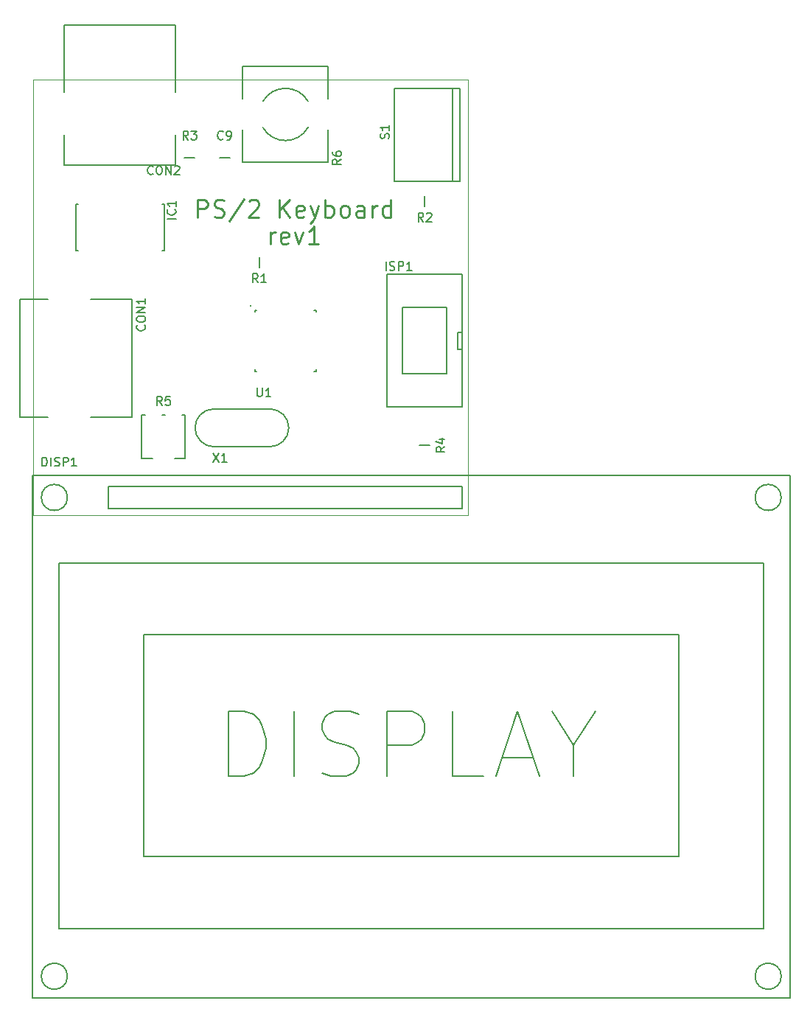
<source format=gto>
G04 (created by PCBNEW (2013-07-07 BZR 4022)-stable) date 11/10/2013 16:08:40*
%MOIN*%
G04 Gerber Fmt 3.4, Leading zero omitted, Abs format*
%FSLAX34Y34*%
G01*
G70*
G90*
G04 APERTURE LIST*
%ADD10C,0.00590551*%
%ADD11C,0.00984252*%
%ADD12C,0.00393701*%
G04 APERTURE END LIST*
G54D10*
G54D11*
X42875Y-37720D02*
X42875Y-36932D01*
X43175Y-36932D01*
X43250Y-36970D01*
X43288Y-37007D01*
X43325Y-37082D01*
X43325Y-37195D01*
X43288Y-37270D01*
X43250Y-37307D01*
X43175Y-37345D01*
X42875Y-37345D01*
X43625Y-37682D02*
X43738Y-37720D01*
X43925Y-37720D01*
X44000Y-37682D01*
X44038Y-37645D01*
X44075Y-37570D01*
X44075Y-37495D01*
X44038Y-37420D01*
X44000Y-37382D01*
X43925Y-37345D01*
X43775Y-37307D01*
X43700Y-37270D01*
X43663Y-37232D01*
X43625Y-37157D01*
X43625Y-37082D01*
X43663Y-37007D01*
X43700Y-36970D01*
X43775Y-36932D01*
X43963Y-36932D01*
X44075Y-36970D01*
X44975Y-36895D02*
X44300Y-37907D01*
X45200Y-37007D02*
X45238Y-36970D01*
X45313Y-36932D01*
X45500Y-36932D01*
X45575Y-36970D01*
X45613Y-37007D01*
X45650Y-37082D01*
X45650Y-37157D01*
X45613Y-37270D01*
X45163Y-37720D01*
X45650Y-37720D01*
X46587Y-37720D02*
X46587Y-36932D01*
X47037Y-37720D02*
X46700Y-37270D01*
X47037Y-36932D02*
X46587Y-37382D01*
X47675Y-37682D02*
X47600Y-37720D01*
X47450Y-37720D01*
X47375Y-37682D01*
X47337Y-37607D01*
X47337Y-37307D01*
X47375Y-37232D01*
X47450Y-37195D01*
X47600Y-37195D01*
X47675Y-37232D01*
X47712Y-37307D01*
X47712Y-37382D01*
X47337Y-37457D01*
X47975Y-37195D02*
X48162Y-37720D01*
X48350Y-37195D02*
X48162Y-37720D01*
X48087Y-37907D01*
X48050Y-37945D01*
X47975Y-37982D01*
X48650Y-37720D02*
X48650Y-36932D01*
X48650Y-37232D02*
X48725Y-37195D01*
X48875Y-37195D01*
X48950Y-37232D01*
X48987Y-37270D01*
X49025Y-37345D01*
X49025Y-37570D01*
X48987Y-37645D01*
X48950Y-37682D01*
X48875Y-37720D01*
X48725Y-37720D01*
X48650Y-37682D01*
X49475Y-37720D02*
X49400Y-37682D01*
X49362Y-37645D01*
X49325Y-37570D01*
X49325Y-37345D01*
X49362Y-37270D01*
X49400Y-37232D01*
X49475Y-37195D01*
X49587Y-37195D01*
X49662Y-37232D01*
X49700Y-37270D01*
X49737Y-37345D01*
X49737Y-37570D01*
X49700Y-37645D01*
X49662Y-37682D01*
X49587Y-37720D01*
X49475Y-37720D01*
X50412Y-37720D02*
X50412Y-37307D01*
X50374Y-37232D01*
X50299Y-37195D01*
X50149Y-37195D01*
X50074Y-37232D01*
X50412Y-37682D02*
X50337Y-37720D01*
X50149Y-37720D01*
X50074Y-37682D01*
X50037Y-37607D01*
X50037Y-37532D01*
X50074Y-37457D01*
X50149Y-37420D01*
X50337Y-37420D01*
X50412Y-37382D01*
X50787Y-37720D02*
X50787Y-37195D01*
X50787Y-37345D02*
X50824Y-37270D01*
X50862Y-37232D01*
X50937Y-37195D01*
X51012Y-37195D01*
X51612Y-37720D02*
X51612Y-36932D01*
X51612Y-37682D02*
X51537Y-37720D01*
X51387Y-37720D01*
X51312Y-37682D01*
X51274Y-37645D01*
X51237Y-37570D01*
X51237Y-37345D01*
X51274Y-37270D01*
X51312Y-37232D01*
X51387Y-37195D01*
X51537Y-37195D01*
X51612Y-37232D01*
X46175Y-38921D02*
X46175Y-38396D01*
X46175Y-38546D02*
X46212Y-38471D01*
X46250Y-38433D01*
X46325Y-38396D01*
X46400Y-38396D01*
X46962Y-38883D02*
X46887Y-38921D01*
X46737Y-38921D01*
X46662Y-38883D01*
X46625Y-38808D01*
X46625Y-38508D01*
X46662Y-38433D01*
X46737Y-38396D01*
X46887Y-38396D01*
X46962Y-38433D01*
X47000Y-38508D01*
X47000Y-38583D01*
X46625Y-38658D01*
X47262Y-38396D02*
X47450Y-38921D01*
X47637Y-38396D01*
X48350Y-38921D02*
X47900Y-38921D01*
X48125Y-38921D02*
X48125Y-38133D01*
X48050Y-38246D01*
X47975Y-38321D01*
X47900Y-38358D01*
G54D12*
X35433Y-51181D02*
X35433Y-31496D01*
X55118Y-51181D02*
X35433Y-51181D01*
X55118Y-31496D02*
X55118Y-51181D01*
X35433Y-31496D02*
X55118Y-31496D01*
G54D10*
X44330Y-35039D02*
X43858Y-35039D01*
X39921Y-41437D02*
X38031Y-41437D01*
X39921Y-46751D02*
X38031Y-46751D01*
X39921Y-46751D02*
X39921Y-41437D01*
X34842Y-41437D02*
X36102Y-41437D01*
X34842Y-46751D02*
X36102Y-46751D01*
X34842Y-46751D02*
X34842Y-41437D01*
X41889Y-33987D02*
X41889Y-35362D01*
X41889Y-35362D02*
X36850Y-35362D01*
X36850Y-35362D02*
X36850Y-33987D01*
X36850Y-32059D02*
X36850Y-29023D01*
X41889Y-29023D02*
X41889Y-32059D01*
X41889Y-29023D02*
X36850Y-29023D01*
X40433Y-56594D02*
X40433Y-66633D01*
X40433Y-66633D02*
X64645Y-66633D01*
X64645Y-66633D02*
X64645Y-56594D01*
X64645Y-56594D02*
X40433Y-56594D01*
X36594Y-53346D02*
X36594Y-69881D01*
X36594Y-69881D02*
X68484Y-69881D01*
X68484Y-69881D02*
X68484Y-53346D01*
X68484Y-53346D02*
X36594Y-53346D01*
X36988Y-72047D02*
G75*
G03X36988Y-72047I-590J0D01*
G74*
G01*
X69271Y-72047D02*
G75*
G03X69271Y-72047I-590J0D01*
G74*
G01*
X69271Y-50393D02*
G75*
G03X69271Y-50393I-590J0D01*
G74*
G01*
X36988Y-50393D02*
G75*
G03X36988Y-50393I-590J0D01*
G74*
G01*
X35413Y-49409D02*
X35413Y-73031D01*
X35413Y-73031D02*
X69665Y-73031D01*
X69665Y-73031D02*
X69665Y-49409D01*
X35413Y-49409D02*
X69665Y-49409D01*
X54850Y-50893D02*
X53850Y-50893D01*
X53850Y-49893D02*
X54850Y-49893D01*
X53850Y-50893D02*
X38850Y-50893D01*
X38850Y-49893D02*
X53850Y-49893D01*
X54850Y-49893D02*
X54850Y-50893D01*
X38850Y-50893D02*
X38850Y-49893D01*
X41377Y-37145D02*
X41259Y-37145D01*
X41377Y-39232D02*
X41259Y-39232D01*
X37362Y-37145D02*
X37480Y-37145D01*
X37362Y-39232D02*
X37480Y-39232D01*
X41377Y-39232D02*
X41377Y-37145D01*
X37362Y-39232D02*
X37362Y-37145D01*
X54842Y-43700D02*
X54645Y-43700D01*
X54645Y-43700D02*
X54645Y-42913D01*
X54645Y-42913D02*
X54842Y-42913D01*
X54842Y-46307D02*
X51456Y-46307D01*
X51456Y-46307D02*
X51456Y-40307D01*
X51456Y-40307D02*
X54842Y-40307D01*
X54842Y-40307D02*
X54842Y-46307D01*
X54149Y-41807D02*
X54149Y-44807D01*
X52149Y-44807D02*
X52149Y-41807D01*
X52149Y-41807D02*
X54149Y-41807D01*
X52149Y-44807D02*
X54149Y-44807D01*
X45669Y-39527D02*
X45669Y-40000D01*
X53149Y-36771D02*
X53149Y-37244D01*
X42283Y-35039D02*
X42755Y-35039D01*
X52913Y-48031D02*
X53385Y-48031D01*
X41417Y-46653D02*
X41259Y-46653D01*
X41850Y-48622D02*
X42322Y-48622D01*
X42322Y-48622D02*
X42322Y-46653D01*
X42322Y-46653D02*
X42165Y-46653D01*
X40354Y-48622D02*
X40826Y-48622D01*
X40354Y-48622D02*
X40354Y-46653D01*
X40354Y-46653D02*
X40511Y-46653D01*
X54409Y-36102D02*
X54409Y-31889D01*
X51771Y-31889D02*
X51771Y-36102D01*
X51771Y-36102D02*
X54724Y-36102D01*
X54724Y-36102D02*
X54724Y-31889D01*
X54724Y-31889D02*
X51771Y-31889D01*
X45303Y-41732D02*
G75*
G03X45303Y-41732I-27J0D01*
G74*
G01*
X48228Y-42007D02*
X48228Y-41929D01*
X48228Y-41929D02*
X48149Y-41929D01*
X48149Y-44685D02*
X48228Y-44685D01*
X48228Y-44685D02*
X48228Y-44606D01*
X45472Y-44606D02*
X45472Y-44685D01*
X45472Y-44685D02*
X45551Y-44685D01*
X45551Y-41929D02*
X45472Y-41929D01*
X45472Y-41929D02*
X45472Y-42007D01*
X43614Y-46389D02*
G75*
G03X42759Y-47244I0J-854D01*
G74*
G01*
X46145Y-48098D02*
G75*
G03X47000Y-47244I0J854D01*
G74*
G01*
X47001Y-47244D02*
G75*
G03X46147Y-46389I-854J0D01*
G74*
G01*
X42761Y-47244D02*
G75*
G03X43616Y-48098I854J0D01*
G74*
G01*
X43616Y-48098D02*
X46147Y-48098D01*
X43616Y-46389D02*
X46147Y-46389D01*
X48779Y-35236D02*
X48779Y-33779D01*
X44921Y-35236D02*
X44921Y-33779D01*
X44921Y-30905D02*
X44921Y-32362D01*
X48779Y-30905D02*
X48779Y-32362D01*
X45827Y-33661D02*
G75*
G03X47873Y-33661I1022J590D01*
G74*
G01*
X47873Y-32480D02*
G75*
G03X45827Y-32480I-1022J-590D01*
G74*
G01*
X44921Y-35236D02*
X48779Y-35236D01*
X44921Y-30905D02*
X48779Y-30905D01*
X44028Y-34176D02*
X44010Y-34195D01*
X43953Y-34214D01*
X43916Y-34214D01*
X43860Y-34195D01*
X43822Y-34158D01*
X43803Y-34120D01*
X43785Y-34045D01*
X43785Y-33989D01*
X43803Y-33914D01*
X43822Y-33877D01*
X43860Y-33839D01*
X43916Y-33820D01*
X43953Y-33820D01*
X44010Y-33839D01*
X44028Y-33858D01*
X44216Y-34214D02*
X44291Y-34214D01*
X44328Y-34195D01*
X44347Y-34176D01*
X44385Y-34120D01*
X44403Y-34045D01*
X44403Y-33895D01*
X44385Y-33858D01*
X44366Y-33839D01*
X44328Y-33820D01*
X44253Y-33820D01*
X44216Y-33839D01*
X44197Y-33858D01*
X44178Y-33895D01*
X44178Y-33989D01*
X44197Y-34026D01*
X44216Y-34045D01*
X44253Y-34064D01*
X44328Y-34064D01*
X44366Y-34045D01*
X44385Y-34026D01*
X44403Y-33989D01*
X40476Y-42604D02*
X40494Y-42622D01*
X40513Y-42679D01*
X40513Y-42716D01*
X40494Y-42772D01*
X40457Y-42810D01*
X40419Y-42829D01*
X40344Y-42847D01*
X40288Y-42847D01*
X40213Y-42829D01*
X40176Y-42810D01*
X40138Y-42772D01*
X40119Y-42716D01*
X40119Y-42679D01*
X40138Y-42622D01*
X40157Y-42604D01*
X40119Y-42360D02*
X40119Y-42285D01*
X40138Y-42247D01*
X40176Y-42210D01*
X40251Y-42191D01*
X40382Y-42191D01*
X40457Y-42210D01*
X40494Y-42247D01*
X40513Y-42285D01*
X40513Y-42360D01*
X40494Y-42397D01*
X40457Y-42435D01*
X40382Y-42454D01*
X40251Y-42454D01*
X40176Y-42435D01*
X40138Y-42397D01*
X40119Y-42360D01*
X40513Y-42022D02*
X40119Y-42022D01*
X40513Y-41797D01*
X40119Y-41797D01*
X40513Y-41404D02*
X40513Y-41629D01*
X40513Y-41516D02*
X40119Y-41516D01*
X40176Y-41554D01*
X40213Y-41591D01*
X40232Y-41629D01*
X40860Y-35751D02*
X40841Y-35770D01*
X40785Y-35789D01*
X40748Y-35789D01*
X40691Y-35770D01*
X40654Y-35733D01*
X40635Y-35695D01*
X40616Y-35620D01*
X40616Y-35564D01*
X40635Y-35489D01*
X40654Y-35451D01*
X40691Y-35414D01*
X40748Y-35395D01*
X40785Y-35395D01*
X40841Y-35414D01*
X40860Y-35433D01*
X41104Y-35395D02*
X41179Y-35395D01*
X41216Y-35414D01*
X41254Y-35451D01*
X41272Y-35526D01*
X41272Y-35658D01*
X41254Y-35733D01*
X41216Y-35770D01*
X41179Y-35789D01*
X41104Y-35789D01*
X41066Y-35770D01*
X41029Y-35733D01*
X41010Y-35658D01*
X41010Y-35526D01*
X41029Y-35451D01*
X41066Y-35414D01*
X41104Y-35395D01*
X41441Y-35789D02*
X41441Y-35395D01*
X41666Y-35789D01*
X41666Y-35395D01*
X41835Y-35433D02*
X41854Y-35414D01*
X41891Y-35395D01*
X41985Y-35395D01*
X42022Y-35414D01*
X42041Y-35433D01*
X42060Y-35470D01*
X42060Y-35508D01*
X42041Y-35564D01*
X41816Y-35789D01*
X42060Y-35789D01*
X35845Y-48978D02*
X35845Y-48584D01*
X35939Y-48584D01*
X35995Y-48603D01*
X36032Y-48640D01*
X36051Y-48678D01*
X36070Y-48753D01*
X36070Y-48809D01*
X36051Y-48884D01*
X36032Y-48922D01*
X35995Y-48959D01*
X35939Y-48978D01*
X35845Y-48978D01*
X36239Y-48978D02*
X36239Y-48584D01*
X36407Y-48959D02*
X36464Y-48978D01*
X36557Y-48978D01*
X36595Y-48959D01*
X36614Y-48940D01*
X36632Y-48903D01*
X36632Y-48865D01*
X36614Y-48828D01*
X36595Y-48809D01*
X36557Y-48790D01*
X36482Y-48772D01*
X36445Y-48753D01*
X36426Y-48734D01*
X36407Y-48697D01*
X36407Y-48659D01*
X36426Y-48622D01*
X36445Y-48603D01*
X36482Y-48584D01*
X36576Y-48584D01*
X36632Y-48603D01*
X36801Y-48978D02*
X36801Y-48584D01*
X36951Y-48584D01*
X36989Y-48603D01*
X37007Y-48622D01*
X37026Y-48659D01*
X37026Y-48715D01*
X37007Y-48753D01*
X36989Y-48772D01*
X36951Y-48790D01*
X36801Y-48790D01*
X37401Y-48978D02*
X37176Y-48978D01*
X37289Y-48978D02*
X37289Y-48584D01*
X37251Y-48640D01*
X37214Y-48678D01*
X37176Y-48697D01*
X44277Y-63006D02*
X44277Y-60053D01*
X44980Y-60053D01*
X45402Y-60194D01*
X45683Y-60475D01*
X45823Y-60756D01*
X45964Y-61318D01*
X45964Y-61740D01*
X45823Y-62303D01*
X45683Y-62584D01*
X45402Y-62865D01*
X44980Y-63006D01*
X44277Y-63006D01*
X47230Y-63006D02*
X47230Y-60053D01*
X48495Y-62865D02*
X48917Y-63006D01*
X49620Y-63006D01*
X49901Y-62865D01*
X50042Y-62724D01*
X50182Y-62443D01*
X50182Y-62162D01*
X50042Y-61881D01*
X49901Y-61740D01*
X49620Y-61600D01*
X49057Y-61459D01*
X48776Y-61318D01*
X48636Y-61178D01*
X48495Y-60897D01*
X48495Y-60615D01*
X48636Y-60334D01*
X48776Y-60194D01*
X49057Y-60053D01*
X49760Y-60053D01*
X50182Y-60194D01*
X51448Y-63006D02*
X51448Y-60053D01*
X52573Y-60053D01*
X52854Y-60194D01*
X52994Y-60334D01*
X53135Y-60615D01*
X53135Y-61037D01*
X52994Y-61318D01*
X52854Y-61459D01*
X52573Y-61600D01*
X51448Y-61600D01*
X55807Y-63006D02*
X54401Y-63006D01*
X54401Y-60053D01*
X56650Y-62162D02*
X58056Y-62162D01*
X56369Y-63006D02*
X57353Y-60053D01*
X58338Y-63006D01*
X59884Y-61600D02*
X59884Y-63006D01*
X58900Y-60053D02*
X59884Y-61600D01*
X60868Y-60053D01*
X41891Y-37785D02*
X41497Y-37785D01*
X41854Y-37373D02*
X41872Y-37392D01*
X41891Y-37448D01*
X41891Y-37485D01*
X41872Y-37542D01*
X41835Y-37579D01*
X41797Y-37598D01*
X41722Y-37617D01*
X41666Y-37617D01*
X41591Y-37598D01*
X41554Y-37579D01*
X41516Y-37542D01*
X41497Y-37485D01*
X41497Y-37448D01*
X41516Y-37392D01*
X41535Y-37373D01*
X41891Y-36998D02*
X41891Y-37223D01*
X41891Y-37110D02*
X41497Y-37110D01*
X41554Y-37148D01*
X41591Y-37185D01*
X41610Y-37223D01*
X51396Y-40119D02*
X51396Y-39726D01*
X51565Y-40101D02*
X51621Y-40119D01*
X51715Y-40119D01*
X51752Y-40101D01*
X51771Y-40082D01*
X51790Y-40044D01*
X51790Y-40007D01*
X51771Y-39970D01*
X51752Y-39951D01*
X51715Y-39932D01*
X51640Y-39913D01*
X51602Y-39895D01*
X51584Y-39876D01*
X51565Y-39838D01*
X51565Y-39801D01*
X51584Y-39763D01*
X51602Y-39745D01*
X51640Y-39726D01*
X51734Y-39726D01*
X51790Y-39745D01*
X51959Y-40119D02*
X51959Y-39726D01*
X52109Y-39726D01*
X52146Y-39745D01*
X52165Y-39763D01*
X52184Y-39801D01*
X52184Y-39857D01*
X52165Y-39895D01*
X52146Y-39913D01*
X52109Y-39932D01*
X51959Y-39932D01*
X52559Y-40119D02*
X52334Y-40119D01*
X52446Y-40119D02*
X52446Y-39726D01*
X52409Y-39782D01*
X52371Y-39820D01*
X52334Y-39838D01*
X45603Y-40671D02*
X45472Y-40483D01*
X45378Y-40671D02*
X45378Y-40277D01*
X45528Y-40277D01*
X45566Y-40296D01*
X45584Y-40314D01*
X45603Y-40352D01*
X45603Y-40408D01*
X45584Y-40446D01*
X45566Y-40464D01*
X45528Y-40483D01*
X45378Y-40483D01*
X45978Y-40671D02*
X45753Y-40671D01*
X45866Y-40671D02*
X45866Y-40277D01*
X45828Y-40333D01*
X45791Y-40371D01*
X45753Y-40389D01*
X53083Y-37915D02*
X52952Y-37727D01*
X52859Y-37915D02*
X52859Y-37521D01*
X53008Y-37521D01*
X53046Y-37540D01*
X53065Y-37559D01*
X53083Y-37596D01*
X53083Y-37652D01*
X53065Y-37690D01*
X53046Y-37709D01*
X53008Y-37727D01*
X52859Y-37727D01*
X53233Y-37559D02*
X53252Y-37540D01*
X53290Y-37521D01*
X53383Y-37521D01*
X53421Y-37540D01*
X53440Y-37559D01*
X53458Y-37596D01*
X53458Y-37634D01*
X53440Y-37690D01*
X53215Y-37915D01*
X53458Y-37915D01*
X42454Y-34214D02*
X42322Y-34026D01*
X42229Y-34214D02*
X42229Y-33820D01*
X42379Y-33820D01*
X42416Y-33839D01*
X42435Y-33858D01*
X42454Y-33895D01*
X42454Y-33952D01*
X42435Y-33989D01*
X42416Y-34008D01*
X42379Y-34026D01*
X42229Y-34026D01*
X42585Y-33820D02*
X42829Y-33820D01*
X42697Y-33970D01*
X42754Y-33970D01*
X42791Y-33989D01*
X42810Y-34008D01*
X42829Y-34045D01*
X42829Y-34139D01*
X42810Y-34176D01*
X42791Y-34195D01*
X42754Y-34214D01*
X42641Y-34214D01*
X42604Y-34195D01*
X42585Y-34176D01*
X54056Y-48097D02*
X53869Y-48228D01*
X54056Y-48322D02*
X53663Y-48322D01*
X53663Y-48172D01*
X53682Y-48134D01*
X53700Y-48115D01*
X53738Y-48097D01*
X53794Y-48097D01*
X53832Y-48115D01*
X53850Y-48134D01*
X53869Y-48172D01*
X53869Y-48322D01*
X53794Y-47759D02*
X54056Y-47759D01*
X53644Y-47853D02*
X53925Y-47947D01*
X53925Y-47703D01*
X41272Y-46222D02*
X41141Y-46034D01*
X41047Y-46222D02*
X41047Y-45828D01*
X41197Y-45828D01*
X41235Y-45847D01*
X41254Y-45866D01*
X41272Y-45903D01*
X41272Y-45959D01*
X41254Y-45997D01*
X41235Y-46016D01*
X41197Y-46034D01*
X41047Y-46034D01*
X41629Y-45828D02*
X41441Y-45828D01*
X41422Y-46016D01*
X41441Y-45997D01*
X41479Y-45978D01*
X41572Y-45978D01*
X41610Y-45997D01*
X41629Y-46016D01*
X41647Y-46053D01*
X41647Y-46147D01*
X41629Y-46184D01*
X41610Y-46203D01*
X41572Y-46222D01*
X41479Y-46222D01*
X41441Y-46203D01*
X41422Y-46184D01*
X51518Y-34158D02*
X51537Y-34101D01*
X51537Y-34008D01*
X51518Y-33970D01*
X51499Y-33952D01*
X51462Y-33933D01*
X51424Y-33933D01*
X51387Y-33952D01*
X51368Y-33970D01*
X51349Y-34008D01*
X51331Y-34083D01*
X51312Y-34120D01*
X51293Y-34139D01*
X51256Y-34158D01*
X51218Y-34158D01*
X51181Y-34139D01*
X51162Y-34120D01*
X51143Y-34083D01*
X51143Y-33989D01*
X51162Y-33933D01*
X51537Y-33558D02*
X51537Y-33783D01*
X51537Y-33670D02*
X51143Y-33670D01*
X51199Y-33708D01*
X51237Y-33745D01*
X51256Y-33783D01*
X45566Y-45434D02*
X45566Y-45753D01*
X45584Y-45791D01*
X45603Y-45809D01*
X45641Y-45828D01*
X45716Y-45828D01*
X45753Y-45809D01*
X45772Y-45791D01*
X45791Y-45753D01*
X45791Y-45434D01*
X46184Y-45828D02*
X45959Y-45828D01*
X46072Y-45828D02*
X46072Y-45434D01*
X46034Y-45491D01*
X45997Y-45528D01*
X45959Y-45547D01*
X43578Y-48387D02*
X43841Y-48781D01*
X43841Y-48387D02*
X43578Y-48781D01*
X44197Y-48781D02*
X43972Y-48781D01*
X44085Y-48781D02*
X44085Y-48387D01*
X44047Y-48443D01*
X44010Y-48481D01*
X43972Y-48500D01*
X49371Y-35104D02*
X49184Y-35236D01*
X49371Y-35329D02*
X48978Y-35329D01*
X48978Y-35179D01*
X48997Y-35142D01*
X49015Y-35123D01*
X49053Y-35104D01*
X49109Y-35104D01*
X49146Y-35123D01*
X49165Y-35142D01*
X49184Y-35179D01*
X49184Y-35329D01*
X48978Y-34767D02*
X48978Y-34842D01*
X48997Y-34880D01*
X49015Y-34898D01*
X49071Y-34936D01*
X49146Y-34955D01*
X49296Y-34955D01*
X49334Y-34936D01*
X49353Y-34917D01*
X49371Y-34880D01*
X49371Y-34805D01*
X49353Y-34767D01*
X49334Y-34748D01*
X49296Y-34730D01*
X49203Y-34730D01*
X49165Y-34748D01*
X49146Y-34767D01*
X49128Y-34805D01*
X49128Y-34880D01*
X49146Y-34917D01*
X49165Y-34936D01*
X49203Y-34955D01*
M02*

</source>
